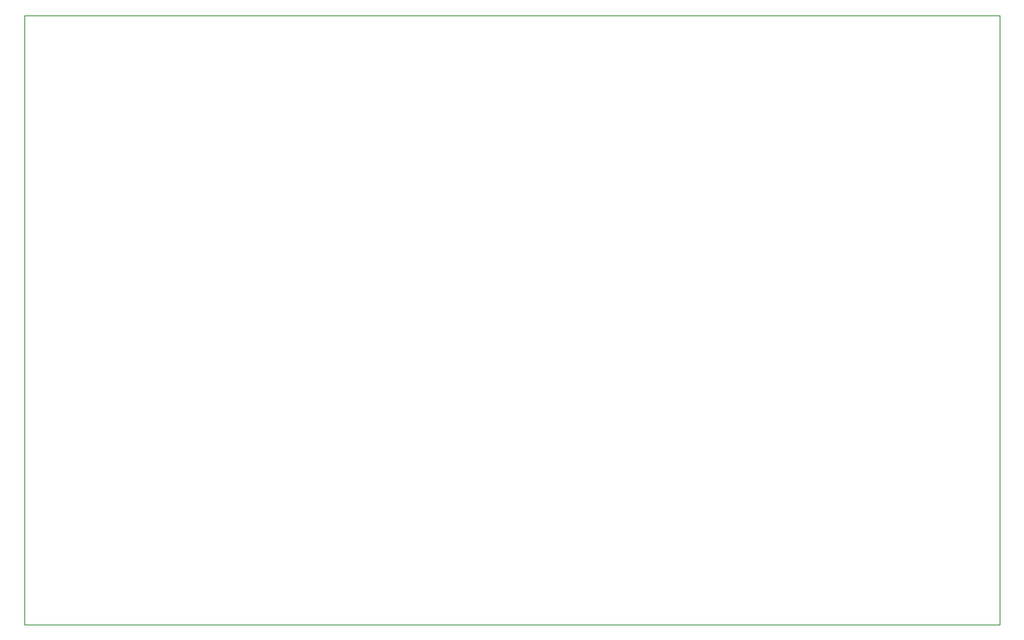
<source format=gbr>
From 19d7334d2912e8be3c1a4e5080f34c5b95876e3c Mon Sep 17 00:00:00 2001
From: Blaise Thompson <blaise@untzag.com>
Date: Fri, 7 May 2021 11:43:32 -0500
Subject: restructure galvanosynth

---
 potentiosynth/gerber/potentiostat-Edge_Cuts.gbr | 23 -----------------------
 1 file changed, 23 deletions(-)
 delete mode 100644 potentiosynth/gerber/potentiostat-Edge_Cuts.gbr

(limited to 'potentiosynth/gerber/potentiostat-Edge_Cuts.gbr')

diff --git a/potentiosynth/gerber/potentiostat-Edge_Cuts.gbr b/potentiosynth/gerber/potentiostat-Edge_Cuts.gbr
deleted file mode 100644
index 104f010..0000000
--- a/potentiosynth/gerber/potentiostat-Edge_Cuts.gbr
+++ /dev/null
@@ -1,23 +0,0 @@
-G04 #@! TF.GenerationSoftware,KiCad,Pcbnew,5.1.2+dfsg1-1*
-G04 #@! TF.CreationDate,2019-06-25T15:59:38-05:00*
-G04 #@! TF.ProjectId,potentiostat,706f7465-6e74-4696-9f73-7461742e6b69,A*
-G04 #@! TF.SameCoordinates,Original*
-G04 #@! TF.FileFunction,Profile,NP*
-%FSLAX46Y46*%
-G04 Gerber Fmt 4.6, Leading zero omitted, Abs format (unit mm)*
-G04 Created by KiCad (PCBNEW 5.1.2+dfsg1-1) date 2019-06-25 15:59:38*
-%MOMM*%
-%LPD*%
-G04 APERTURE LIST*
-%ADD10C,0.050000*%
-G04 APERTURE END LIST*
-D10*
-X76200000Y-152400000D02*
-X76200000Y-88900000D01*
-X177800000Y-88900000D02*
-X177800000Y-152400000D01*
-X177800000Y-88900000D02*
-X76200000Y-88900000D01*
-X177800000Y-152400000D02*
-X76200000Y-152400000D01*
-M02*
-- 
cgit v1.2.3


</source>
